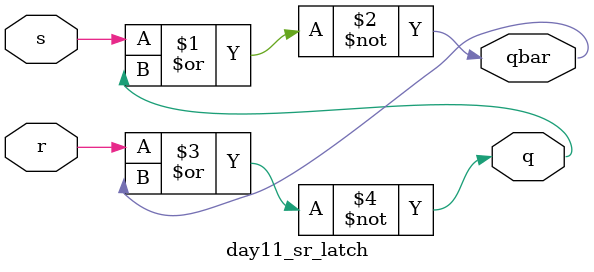
<source format=v>
`timescale 1ns / 1ps


module day11_sr_latch(
    input  s,
    input  r,
    output  q,
    output  qbar
    );
    
    nor(qbar, s, q );
    nor(q, r, qbar );
    
    
endmodule

</source>
